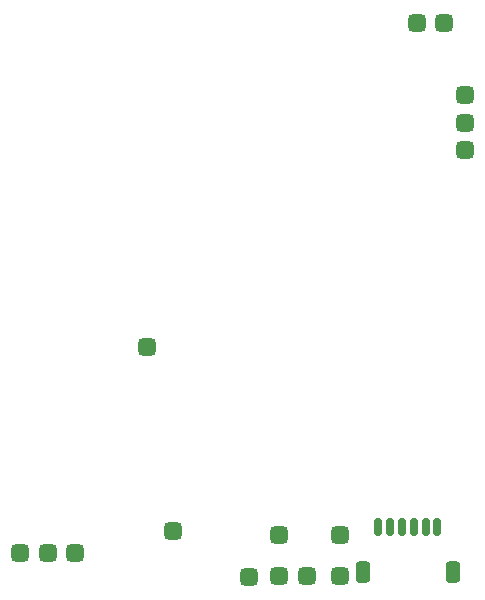
<source format=gbr>
%TF.GenerationSoftware,KiCad,Pcbnew,(7.0.0)*%
%TF.CreationDate,2023-08-07T02:07:43-04:00*%
%TF.ProjectId,NoU3,4e6f5533-2e6b-4696-9361-645f70636258,rev?*%
%TF.SameCoordinates,Original*%
%TF.FileFunction,Paste,Bot*%
%TF.FilePolarity,Positive*%
%FSLAX46Y46*%
G04 Gerber Fmt 4.6, Leading zero omitted, Abs format (unit mm)*
G04 Created by KiCad (PCBNEW (7.0.0)) date 2023-08-07 02:07:43*
%MOMM*%
%LPD*%
G01*
G04 APERTURE LIST*
G04 Aperture macros list*
%AMRoundRect*
0 Rectangle with rounded corners*
0 $1 Rounding radius*
0 $2 $3 $4 $5 $6 $7 $8 $9 X,Y pos of 4 corners*
0 Add a 4 corners polygon primitive as box body*
4,1,4,$2,$3,$4,$5,$6,$7,$8,$9,$2,$3,0*
0 Add four circle primitives for the rounded corners*
1,1,$1+$1,$2,$3*
1,1,$1+$1,$4,$5*
1,1,$1+$1,$6,$7*
1,1,$1+$1,$8,$9*
0 Add four rect primitives between the rounded corners*
20,1,$1+$1,$2,$3,$4,$5,0*
20,1,$1+$1,$4,$5,$6,$7,0*
20,1,$1+$1,$6,$7,$8,$9,0*
20,1,$1+$1,$8,$9,$2,$3,0*%
G04 Aperture macros list end*
%ADD10RoundRect,0.375000X0.375000X0.375000X-0.375000X0.375000X-0.375000X-0.375000X0.375000X-0.375000X0*%
%ADD11RoundRect,0.375000X0.375000X-0.375000X0.375000X0.375000X-0.375000X0.375000X-0.375000X-0.375000X0*%
%ADD12RoundRect,0.375000X-0.375000X-0.375000X0.375000X-0.375000X0.375000X0.375000X-0.375000X0.375000X0*%
%ADD13RoundRect,0.150000X0.150000X0.625000X-0.150000X0.625000X-0.150000X-0.625000X0.150000X-0.625000X0*%
%ADD14RoundRect,0.250000X0.350000X0.650000X-0.350000X0.650000X-0.350000X-0.650000X0.350000X-0.650000X0*%
G04 APERTURE END LIST*
D10*
%TO.C,TP8*%
X3400000Y-29000000D03*
%TD*%
%TO.C,TP6*%
X-18600000Y-27000000D03*
%TD*%
D11*
%TO.C,TP21*%
X12700000Y17800000D03*
%TD*%
D10*
%TO.C,TP9*%
X-16300000Y-27000000D03*
%TD*%
%TO.C,TP5*%
X6200000Y-25500000D03*
%TD*%
D12*
%TO.C,TP15*%
X1000000Y-25500000D03*
%TD*%
%TO.C,TP1*%
X16700000Y9400000D03*
%TD*%
D10*
%TO.C,TP3*%
X16700000Y7100000D03*
%TD*%
%TO.C,TP20*%
X15000000Y17800000D03*
%TD*%
D12*
%TO.C,TP17*%
X1000000Y-29000000D03*
%TD*%
%TO.C,TP2*%
X16700000Y11700000D03*
%TD*%
D10*
%TO.C,TP22*%
X-10200000Y-9600000D03*
%TD*%
%TO.C,TP7*%
X-20900000Y-27000000D03*
%TD*%
D13*
%TO.C,J16*%
X14400000Y-24800000D03*
X13400000Y-24800000D03*
X12400000Y-24800000D03*
X11400000Y-24800000D03*
X10400000Y-24800000D03*
X9400000Y-24800000D03*
D14*
X15700000Y-28675000D03*
X8100000Y-28675000D03*
%TD*%
D10*
%TO.C,TP10*%
X-8000000Y-25200000D03*
%TD*%
D12*
%TO.C,TP16*%
X-1512735Y-29060353D03*
%TD*%
D10*
%TO.C,TP4*%
X6200000Y-29000000D03*
%TD*%
M02*

</source>
